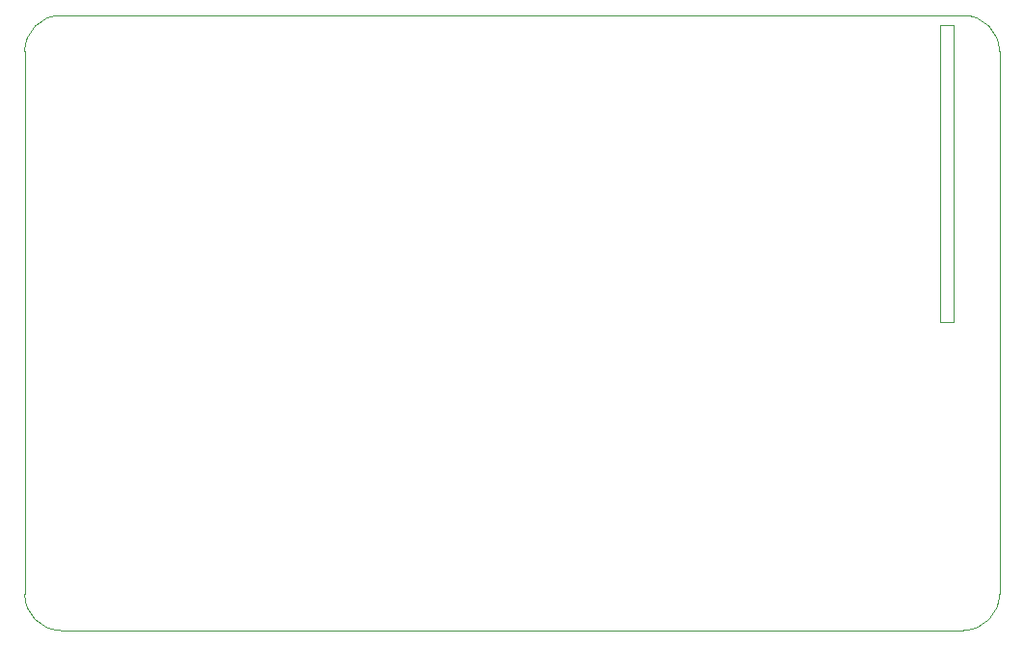
<source format=gm1>
G04 #@! TF.GenerationSoftware,KiCad,Pcbnew,5.1.10-88a1d61d58~90~ubuntu20.04.1*
G04 #@! TF.CreationDate,2021-10-07T18:37:47+08:00*
G04 #@! TF.ProjectId,Ada_Ticker,4164615f-5469-4636-9b65-722e6b696361,rev?*
G04 #@! TF.SameCoordinates,Original*
G04 #@! TF.FileFunction,Profile,NP*
%FSLAX46Y46*%
G04 Gerber Fmt 4.6, Leading zero omitted, Abs format (unit mm)*
G04 Created by KiCad (PCBNEW 5.1.10-88a1d61d58~90~ubuntu20.04.1) date 2021-10-07 18:37:47*
%MOMM*%
%LPD*%
G01*
G04 APERTURE LIST*
G04 #@! TA.AperFunction,Profile*
%ADD10C,0.050000*%
G04 #@! TD*
G04 APERTURE END LIST*
D10*
X81591000Y-952500D02*
X81591000Y-889000D01*
X81591000Y-889000D02*
X80391000Y-889000D01*
X81591000Y-26924000D02*
X81591000Y-952500D01*
X80391000Y-26924000D02*
X81591000Y-26924000D01*
X80391000Y-889000D02*
X80391000Y-26924000D01*
X3175000Y-54000000D02*
G75*
G02*
X0Y-50825000I0J3175000D01*
G01*
X85600000Y-50825000D02*
G75*
G02*
X82425000Y-54000000I-3175000J0D01*
G01*
X82425000Y-2000D02*
G75*
G02*
X85598000Y-3175000I0J-3173000D01*
G01*
X0Y-3175000D02*
G75*
G02*
X3175000Y0I3175000J0D01*
G01*
X0Y-3175000D02*
X0Y-50825000D01*
X3175000Y-54000000D02*
X82425000Y-54000000D01*
X85600000Y-3175000D02*
X85600000Y-50825000D01*
X3175000Y0D02*
X82425000Y0D01*
M02*

</source>
